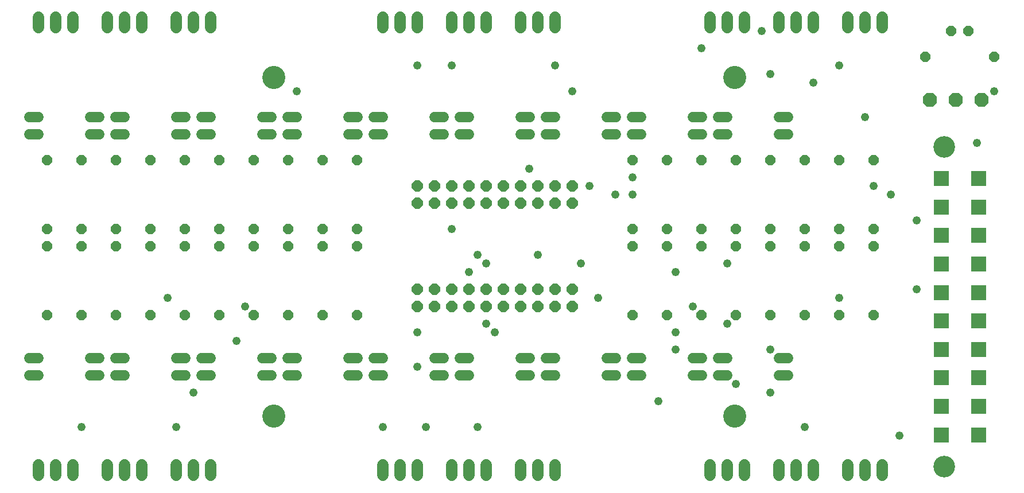
<source format=gbs>
G75*
G70*
%OFA0B0*%
%FSLAX24Y24*%
%IPPOS*%
%LPD*%
%AMOC8*
5,1,8,0,0,1.08239X$1,22.5*
%
%ADD10C,0.1340*%
%ADD11C,0.0680*%
%ADD12C,0.0600*%
%ADD13OC8,0.0600*%
%ADD14R,0.0907X0.0907*%
%ADD15C,0.1261*%
%ADD16OC8,0.0830*%
%ADD17OC8,0.0640*%
%ADD18C,0.0480*%
D10*
X017359Y008634D03*
X044131Y008634D03*
X044131Y028319D03*
X017359Y028319D03*
D11*
X003702Y005800D02*
X003702Y005200D01*
X004702Y005200D02*
X004702Y005800D01*
X005702Y005800D02*
X005702Y005200D01*
X007702Y005200D02*
X007702Y005800D01*
X008702Y005800D02*
X008702Y005200D01*
X009702Y005200D02*
X009702Y005800D01*
X011702Y005800D02*
X011702Y005200D01*
X012702Y005200D02*
X012702Y005800D01*
X013702Y005800D02*
X013702Y005200D01*
X023702Y005200D02*
X023702Y005800D01*
X024702Y005800D02*
X024702Y005200D01*
X025702Y005200D02*
X025702Y005800D01*
X027702Y005800D02*
X027702Y005200D01*
X028702Y005200D02*
X028702Y005800D01*
X029702Y005800D02*
X029702Y005200D01*
X031702Y005200D02*
X031702Y005800D01*
X032702Y005800D02*
X032702Y005200D01*
X033702Y005200D02*
X033702Y005800D01*
X042702Y005800D02*
X042702Y005200D01*
X043702Y005200D02*
X043702Y005800D01*
X044702Y005800D02*
X044702Y005200D01*
X046702Y005200D02*
X046702Y005800D01*
X047702Y005800D02*
X047702Y005200D01*
X048702Y005200D02*
X048702Y005800D01*
X050702Y005800D02*
X050702Y005200D01*
X051702Y005200D02*
X051702Y005800D01*
X052702Y005800D02*
X052702Y005200D01*
X052702Y031200D02*
X052702Y031800D01*
X051702Y031800D02*
X051702Y031200D01*
X050702Y031200D02*
X050702Y031800D01*
X048702Y031800D02*
X048702Y031200D01*
X047702Y031200D02*
X047702Y031800D01*
X046702Y031800D02*
X046702Y031200D01*
X044702Y031200D02*
X044702Y031800D01*
X043702Y031800D02*
X043702Y031200D01*
X042702Y031200D02*
X042702Y031800D01*
X033702Y031800D02*
X033702Y031200D01*
X032702Y031200D02*
X032702Y031800D01*
X031702Y031800D02*
X031702Y031200D01*
X029702Y031200D02*
X029702Y031800D01*
X028702Y031800D02*
X028702Y031200D01*
X027702Y031200D02*
X027702Y031800D01*
X025702Y031800D02*
X025702Y031200D01*
X024702Y031200D02*
X024702Y031800D01*
X023702Y031800D02*
X023702Y031200D01*
X013702Y031200D02*
X013702Y031800D01*
X012702Y031800D02*
X012702Y031200D01*
X011702Y031200D02*
X011702Y031800D01*
X009702Y031800D02*
X009702Y031200D01*
X008702Y031200D02*
X008702Y031800D01*
X007702Y031800D02*
X007702Y031200D01*
X005702Y031200D02*
X005702Y031800D01*
X004702Y031800D02*
X004702Y031200D01*
X003702Y031200D02*
X003702Y031800D01*
D12*
X003702Y026000D02*
X003182Y026000D01*
X003182Y025000D02*
X003702Y025000D01*
X006702Y025000D02*
X007222Y025000D01*
X008182Y025000D02*
X008702Y025000D01*
X008702Y026000D02*
X008182Y026000D01*
X007222Y026000D02*
X006702Y026000D01*
X011702Y026000D02*
X012222Y026000D01*
X013182Y026000D02*
X013702Y026000D01*
X013702Y025000D02*
X013182Y025000D01*
X012222Y025000D02*
X011702Y025000D01*
X016702Y025000D02*
X017222Y025000D01*
X018182Y025000D02*
X018702Y025000D01*
X018702Y026000D02*
X018182Y026000D01*
X017222Y026000D02*
X016702Y026000D01*
X021702Y026000D02*
X022222Y026000D01*
X023182Y026000D02*
X023702Y026000D01*
X023702Y025000D02*
X023182Y025000D01*
X022222Y025000D02*
X021702Y025000D01*
X026702Y025000D02*
X027222Y025000D01*
X028182Y025000D02*
X028702Y025000D01*
X028702Y026000D02*
X028182Y026000D01*
X027222Y026000D02*
X026702Y026000D01*
X031702Y026000D02*
X032222Y026000D01*
X033182Y026000D02*
X033702Y026000D01*
X033702Y025000D02*
X033182Y025000D01*
X032222Y025000D02*
X031702Y025000D01*
X036702Y025000D02*
X037222Y025000D01*
X038182Y025000D02*
X038702Y025000D01*
X038702Y026000D02*
X038182Y026000D01*
X037222Y026000D02*
X036702Y026000D01*
X041702Y026000D02*
X042222Y026000D01*
X043182Y026000D02*
X043702Y026000D01*
X043702Y025000D02*
X043182Y025000D01*
X042222Y025000D02*
X041702Y025000D01*
X046702Y025000D02*
X047222Y025000D01*
X047222Y026000D02*
X046702Y026000D01*
X046702Y012000D02*
X047222Y012000D01*
X047222Y011000D02*
X046702Y011000D01*
X043702Y011000D02*
X043182Y011000D01*
X042222Y011000D02*
X041702Y011000D01*
X041702Y012000D02*
X042222Y012000D01*
X043182Y012000D02*
X043702Y012000D01*
X038702Y012000D02*
X038182Y012000D01*
X037222Y012000D02*
X036702Y012000D01*
X036702Y011000D02*
X037222Y011000D01*
X038182Y011000D02*
X038702Y011000D01*
X033702Y011000D02*
X033182Y011000D01*
X032222Y011000D02*
X031702Y011000D01*
X031702Y012000D02*
X032222Y012000D01*
X033182Y012000D02*
X033702Y012000D01*
X028702Y012000D02*
X028182Y012000D01*
X027222Y012000D02*
X026702Y012000D01*
X026702Y011000D02*
X027222Y011000D01*
X028182Y011000D02*
X028702Y011000D01*
X023702Y011000D02*
X023182Y011000D01*
X022222Y011000D02*
X021702Y011000D01*
X021702Y012000D02*
X022222Y012000D01*
X023182Y012000D02*
X023702Y012000D01*
X018702Y012000D02*
X018182Y012000D01*
X017222Y012000D02*
X016702Y012000D01*
X016702Y011000D02*
X017222Y011000D01*
X018182Y011000D02*
X018702Y011000D01*
X013702Y011000D02*
X013182Y011000D01*
X012222Y011000D02*
X011702Y011000D01*
X011702Y012000D02*
X012222Y012000D01*
X013182Y012000D02*
X013702Y012000D01*
X008702Y012000D02*
X008182Y012000D01*
X007222Y012000D02*
X006702Y012000D01*
X006702Y011000D02*
X007222Y011000D01*
X008182Y011000D02*
X008702Y011000D01*
X003702Y011000D02*
X003182Y011000D01*
X003182Y012000D02*
X003702Y012000D01*
D13*
X004202Y014500D03*
X006202Y014500D03*
X008202Y014500D03*
X010202Y014500D03*
X012202Y014500D03*
X014202Y014500D03*
X016202Y014500D03*
X018202Y014500D03*
X020202Y014500D03*
X022202Y014500D03*
X022202Y018500D03*
X022202Y019500D03*
X020202Y019500D03*
X020202Y018500D03*
X018202Y018500D03*
X018202Y019500D03*
X016202Y019500D03*
X016202Y018500D03*
X014202Y018500D03*
X014202Y019500D03*
X012202Y019500D03*
X012202Y018500D03*
X010202Y018500D03*
X010202Y019500D03*
X008202Y019500D03*
X008202Y018500D03*
X006202Y018500D03*
X006202Y019500D03*
X004202Y019500D03*
X004202Y018500D03*
X004202Y023500D03*
X006202Y023500D03*
X008202Y023500D03*
X010202Y023500D03*
X012202Y023500D03*
X014202Y023500D03*
X016202Y023500D03*
X018202Y023500D03*
X020202Y023500D03*
X022202Y023500D03*
X038202Y023500D03*
X040202Y023500D03*
X042202Y023500D03*
X044202Y023500D03*
X046202Y023500D03*
X048202Y023500D03*
X050202Y023500D03*
X052202Y023500D03*
X052202Y019500D03*
X052202Y018500D03*
X050202Y018500D03*
X050202Y019500D03*
X048202Y019500D03*
X048202Y018500D03*
X046202Y018500D03*
X046202Y019500D03*
X044202Y019500D03*
X044202Y018500D03*
X042202Y018500D03*
X042202Y019500D03*
X040202Y019500D03*
X040202Y018500D03*
X038202Y018500D03*
X038202Y019500D03*
X038202Y014500D03*
X040202Y014500D03*
X042202Y014500D03*
X044202Y014500D03*
X046202Y014500D03*
X048202Y014500D03*
X050202Y014500D03*
X052202Y014500D03*
X055202Y029500D03*
X056702Y031000D03*
X057702Y031000D03*
X059202Y029500D03*
D14*
X058284Y022441D03*
X056119Y022441D03*
X056119Y020787D03*
X058284Y020787D03*
X058284Y019134D03*
X056119Y019134D03*
X056119Y017480D03*
X058284Y017480D03*
X058284Y015827D03*
X056119Y015827D03*
X056119Y014173D03*
X058284Y014173D03*
X058284Y012520D03*
X056119Y012520D03*
X056119Y010866D03*
X058284Y010866D03*
X058284Y009213D03*
X056119Y009213D03*
X056119Y007559D03*
X058284Y007559D03*
D15*
X056300Y005709D03*
X056300Y024291D03*
D16*
X056952Y027000D03*
X058452Y027000D03*
X055452Y027000D03*
D17*
X034702Y022000D03*
X033702Y022000D03*
X032702Y022000D03*
X031702Y022000D03*
X030702Y022000D03*
X029702Y022000D03*
X028702Y022000D03*
X027702Y022000D03*
X026702Y022000D03*
X025702Y022000D03*
X025702Y021000D03*
X026702Y021000D03*
X027702Y021000D03*
X028702Y021000D03*
X029702Y021000D03*
X030702Y021000D03*
X031702Y021000D03*
X032702Y021000D03*
X033702Y021000D03*
X034702Y021000D03*
X034702Y016000D03*
X033702Y016000D03*
X032702Y016000D03*
X031702Y016000D03*
X030702Y016000D03*
X029702Y016000D03*
X028702Y016000D03*
X027702Y016000D03*
X026702Y016000D03*
X025702Y016000D03*
X025702Y015000D03*
X026702Y015000D03*
X027702Y015000D03*
X028702Y015000D03*
X029702Y015000D03*
X030702Y015000D03*
X031702Y015000D03*
X032702Y015000D03*
X033702Y015000D03*
X034702Y015000D03*
D18*
X036202Y015500D03*
X035202Y017500D03*
X032702Y018000D03*
X029702Y017500D03*
X029202Y018000D03*
X028702Y017000D03*
X027702Y019500D03*
X032202Y023000D03*
X035702Y022000D03*
X037202Y021500D03*
X038202Y021500D03*
X038202Y022500D03*
X043702Y017500D03*
X040702Y017000D03*
X041702Y015000D03*
X043702Y014000D03*
X046202Y012500D03*
X044202Y010500D03*
X046202Y010000D03*
X048202Y008000D03*
X053702Y007500D03*
X050202Y015500D03*
X054702Y016000D03*
X054702Y020000D03*
X053202Y021500D03*
X052202Y022000D03*
X058202Y024500D03*
X059202Y027500D03*
X051702Y026000D03*
X048702Y028000D03*
X050202Y029000D03*
X046202Y028500D03*
X045702Y031000D03*
X042202Y030000D03*
X034702Y027500D03*
X033702Y029000D03*
X027702Y029000D03*
X025702Y029000D03*
X018702Y027500D03*
X011202Y015500D03*
X015202Y013000D03*
X015702Y015000D03*
X012702Y010000D03*
X011702Y008000D03*
X006202Y008000D03*
X023702Y008000D03*
X026202Y008000D03*
X029202Y008000D03*
X025702Y011500D03*
X025702Y013500D03*
X029702Y014000D03*
X030202Y013500D03*
X039702Y009500D03*
X040702Y012500D03*
X040702Y013500D03*
M02*

</source>
